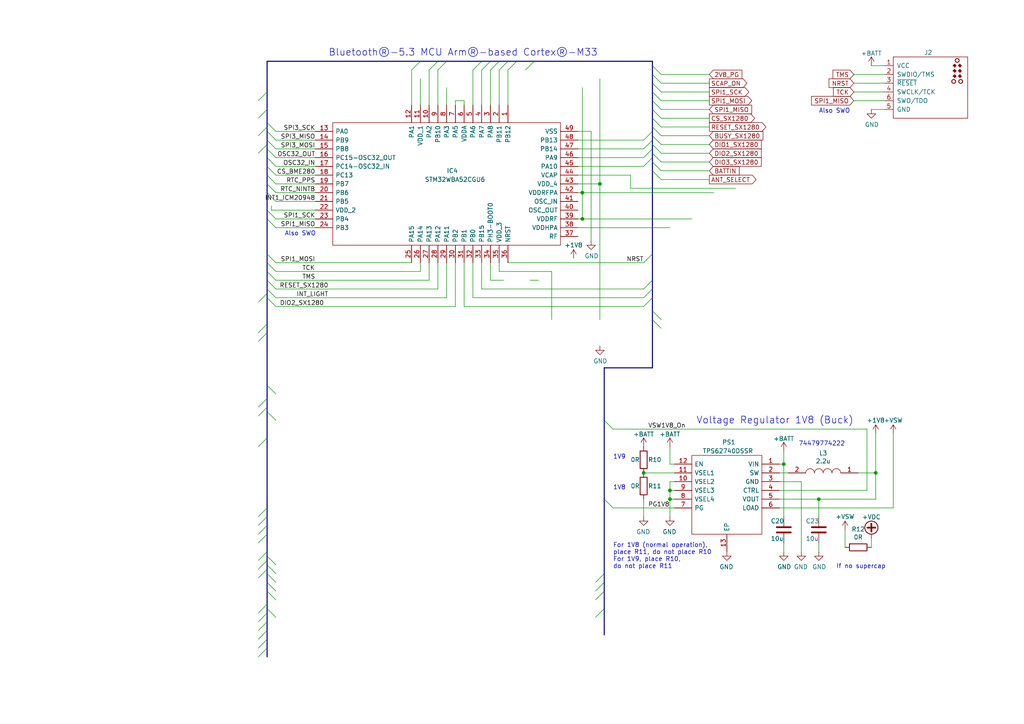
<source format=kicad_sch>
(kicad_sch (version 20231120) (generator "eeschema") (generator_version "8.0")
  (paper "A4")
  (title_block (title "Plantensensor") (date "2024-07-07") (rev "2.1") (company "KU Leuven") (comment 1 "Dramco") (comment 2 "Sarah Goossens"))
  (lib_symbols
    (symbol "Device:C" (pin_numbers hide) (pin_names (offset 0.254))
      (property "Reference" "C" (at 0.635 2.54 0))
      (property "Value" "C" (at 0.635 -2.54 0))
      (symbol "C_0_1"
        (polyline (pts (xy -2.032 -0.762) (xy 2.032 -0.762)) (stroke (width 0.508)))
        (polyline (pts (xy -2.032 0.762) (xy 2.032 0.762)) (stroke (width 0.508)))
      )
      (symbol "C_1_1"
        (pin passive line (at 0 3.81 270) (length 2.794) (name "~") (number "1"))
        (pin passive line (at 0 -3.81 90) (length 2.794) (name "~") (number "2"))
      )
    )
    (symbol "Device:R" (pin_numbers hide) (pin_names (offset 0))
      (property "Reference" "R" (at 2.032 0 90))
      (property "Value" "R" (at 0 0 90))
      (symbol "R_0_1"
        (rectangle (start -1.016 -2.54) (end 1.016 2.54) (stroke (width 0.254)))
      )
      (symbol "R_1_1"
        (pin passive line (at 0 3.81 270) (length 1.27) (name "~") (number "1"))
        (pin passive line (at 0 -3.81 90) (length 1.27) (name "~") (number "2"))
      )
    )
    (symbol "SamacSys_Parts:74479774222" (pin_names (offset 0.762))
      (property "Reference" "L" (at 16.51 6.35 0))
      (property "Value" "SamacSys_Parts_74479774222" (at 16.51 3.81 0))
      (symbol "74479774222_0_0"
        (pin passive line (at 0 0 0) (length 5.08) (name "~") (number "1"))
        (pin passive line (at 20.32 0 180) (length 5.08) (name "~") (number "2"))
      )
      (symbol "74479774222_0_1"
        (arc (start 7.62 0) (mid 6.35 1.2202) (end 5.08 0) (stroke (width 0.1524)))
        (arc (start 10.16 0) (mid 8.89 1.2202) (end 7.62 0) (stroke (width 0.1524)))
        (arc (start 12.7 0) (mid 11.43 1.2202) (end 10.16 0) (stroke (width 0.1524)))
        (arc (start 15.24 0) (mid 13.97 1.2202) (end 12.7 0) (stroke (width 0.1524)))
      )
    )
    (symbol "SamacSys_Parts:STM32WBA52CGU6" (pin_names (offset 0.762))
      (property "Reference" "IC" (at 41.91 20.32 0))
      (property "Value" "STM32WBA52CGU6" (at 41.91 17.78 0))
      (symbol "STM32WBA52CGU6_0_0"
        (pin passive line (at 0 0 0) (length 5.08) (name "PB12") (number "1"))
        (pin passive line (at 0 -22.86 0) (length 5.08) (name "PA2") (number "10"))
        (pin passive line (at 0 -25.4 0) (length 5.08) (name "VDD_1") (number "11"))
        (pin passive line (at 0 -27.94 0) (length 5.08) (name "PA1") (number "12"))
        (pin passive line (at 7.62 -55.88 90) (length 5.08) (name "PA0") (number "13"))
        (pin passive line (at 10.16 -55.88 90) (length 5.08) (name "PB9") (number "14"))
        (pin passive line (at 12.7 -55.88 90) (length 5.08) (name "PB8") (number "15"))
        (pin passive line (at 15.24 -55.88 90) (length 5.08) (name "PC15-OSC32_OUT") (number "16"))
        (pin passive line (at 17.78 -55.88 90) (length 5.08) (name "PC14-OSC32_IN") (number "17"))
        (pin passive line (at 20.32 -55.88 90) (length 5.08) (name "PC13") (number "18"))
        (pin passive line (at 22.86 -55.88 90) (length 5.08) (name "PB7") (number "19"))
        (pin passive line (at 0 -2.54 0) (length 5.08) (name "PB11") (number "2"))
        (pin passive line (at 25.4 -55.88 90) (length 5.08) (name "PB6") (number "20"))
        (pin passive line (at 27.94 -55.88 90) (length 5.08) (name "PB5") (number "21"))
        (pin passive line (at 30.48 -55.88 90) (length 5.08) (name "VDD_2") (number "22"))
        (pin passive line (at 33.02 -55.88 90) (length 5.08) (name "PB4") (number "23"))
        (pin passive line (at 35.56 -55.88 90) (length 5.08) (name "PB3") (number "24"))
        (pin passive line (at 45.72 -27.94 180) (length 5.08) (name "PA15") (number "25"))
        (pin passive line (at 45.72 -25.4 180) (length 5.08) (name "PA14") (number "26"))
        (pin passive line (at 45.72 -22.86 180) (length 5.08) (name "PA13") (number "27"))
        (pin passive line (at 45.72 -20.32 180) (length 5.08) (name "PA12") (number "28"))
        (pin passive line (at 45.72 -17.78 180) (length 5.08) (name "PA11") (number "29"))
        (pin passive line (at 0 -5.08 0) (length 5.08) (name "PA8") (number "3"))
        (pin passive line (at 45.72 -15.24 180) (length 5.08) (name "PB2") (number "30"))
        (pin passive line (at 45.72 -12.7 180) (length 5.08) (name "PB1") (number "31"))
        (pin passive line (at 45.72 -10.16 180) (length 5.08) (name "PB0") (number "32"))
        (pin passive line (at 45.72 -7.62 180) (length 5.08) (name "PB15") (number "33"))
        (pin passive line (at 45.72 -5.08 180) (length 5.08) (name "PH3-BOOT0") (number "34"))
        (pin passive line (at 45.72 -2.54 180) (length 5.08) (name "VDD_3") (number "35"))
        (pin passive line (at 45.72 0 180) (length 5.08) (name "NRST") (number "36"))
        (pin passive line (at 38.1 20.32 270) (length 5.08) (name "RF") (number "37"))
        (pin passive line (at 35.56 20.32 270) (length 5.08) (name "VDDHPA") (number "38"))
        (pin passive line (at 33.02 20.32 270) (length 5.08) (name "VDDRF") (number "39"))
        (pin passive line (at 0 -7.62 0) (length 5.08) (name "PA7") (number "4"))
        (pin passive line (at 30.48 20.32 270) (length 5.08) (name "OSC_OUT") (number "40"))
        (pin passive line (at 27.94 20.32 270) (length 5.08) (name "OSC_IN") (number "41"))
        (pin passive line (at 25.4 20.32 270) (length 5.08) (name "VDDRFPA") (number "42"))
        (pin passive line (at 22.86 20.32 270) (length 5.08) (name "VDD_4") (number "43"))
        (pin passive line (at 20.32 20.32 270) (length 5.08) (name "VCAP") (number "44"))
        (pin passive line (at 17.78 20.32 270) (length 5.08) (name "PA10") (number "45"))
        (pin passive line (at 15.24 20.32 270) (length 5.08) (name "PA9") (number "46"))
        (pin passive line (at 12.7 20.32 270) (length 5.08) (name "PB14") (number "47"))
        (pin passive line (at 10.16 20.32 270) (length 5.08) (name "PB13") (number "48"))
        (pin passive line (at 7.62 20.32 270) (length 5.08) (name "VSS") (number "49"))
        (pin passive line (at 0 -10.16 0) (length 5.08) (name "PA6") (number "5"))
        (pin passive line (at 0 -12.7 0) (length 5.08) (name "VDDA") (number "6"))
        (pin passive line (at 0 -15.24 0) (length 5.08) (name "PA5") (number "7"))
        (pin passive line (at 0 -17.78 0) (length 5.08) (name "PA3") (number "8"))
        (pin passive line (at 0 -20.32 0) (length 5.08) (name "PB10") (number "9"))
      )
      (symbol "STM32WBA52CGU6_0_1"
        (polyline (pts (xy 5.08 15.24) (xy 40.64 15.24) (xy 40.64 -50.8) (xy 5.08 -50.8) (xy 5.08 15.24)) (stroke (width 0.1524)))
      )
    )
    (symbol "SamacSys_Parts:TPS62740DSSR" (pin_names (offset 0.762))
      (property "Reference" "PS" (at 26.67 7.62 0))
      (property "Value" "SamacSys_Parts_TPS62740DSSR" (at 26.67 5.08 0))
      (symbol "TPS62740DSSR_0_0"
        (pin input line (at 0 0 0) (length 5.08) (name "VIN") (number "1"))
        (pin passive line (at 30.48 -5.08 180) (length 5.08) (name "VSEL2") (number "10"))
        (pin passive line (at 30.48 -2.54 180) (length 5.08) (name "VSEL1") (number "11"))
        (pin passive line (at 30.48 0 180) (length 5.08) (name "EN") (number "12"))
        (pin passive line (at 15.24 -25.4 90) (length 5.08) (name "EP") (number "13"))
        (pin passive line (at 0 -2.54 0) (length 5.08) (name "SW") (number "2"))
        (pin power_in line (at 0 -5.08 0) (length 5.08) (name "GND") (number "3"))
        (pin passive line (at 0 -7.62 0) (length 5.08) (name "CTRL") (number "4"))
        (pin output line (at 0 -10.16 0) (length 5.08) (name "VOUT") (number "5"))
        (pin passive line (at 0 -12.7 0) (length 5.08) (name "LOAD") (number "6"))
        (pin passive line (at 30.48 -12.7 180) (length 5.08) (name "PG") (number "7"))
        (pin passive line (at 30.48 -10.16 180) (length 5.08) (name "VSEL4") (number "8"))
        (pin passive line (at 30.48 -7.62 180) (length 5.08) (name "VSEL3") (number "9"))
      )
      (symbol "TPS62740DSSR_0_1"
        (polyline (pts (xy 5.08 2.54) (xy 25.4 2.54) (xy 25.4 -20.32) (xy 5.08 -20.32) (xy 5.08 2.54)) (stroke (width 0.1524)))
      )
    )
    (symbol "power:+1V8" (power) (pin_names (offset 0))
      (property "Value" "+1V8" (at 0 3.556 0))
      (symbol "+1V8_0_1"
        (polyline (pts (xy -0.762 1.27) (xy 0 2.54)))
        (polyline (pts (xy 0 0) (xy 0 2.54)))
        (polyline (pts (xy 0 2.54) (xy 0.762 1.27)))
      )
      (symbol "+1V8_1_1"
        (pin power_in line (at 0 0 90) (length 0) hide (name "+1V8") (number "1"))
      )
    )
    (symbol "power:+BATT" (power) (pin_names (offset 0))
      (property "Value" "+BATT" (at 0 3.556 0))
      (symbol "+BATT_0_1"
        (polyline (pts (xy -0.762 1.27) (xy 0 2.54)))
        (polyline (pts (xy 0 0) (xy 0 2.54)))
        (polyline (pts (xy 0 2.54) (xy 0.762 1.27)))
      )
      (symbol "+BATT_1_1"
        (pin power_in line (at 0 0 90) (length 0) hide (name "+BATT") (number "1"))
      )
    )
    (symbol "power:+VDC" (power) (pin_names (offset 0))
      (property "Value" "+VDC" (at 0 6.35 0))
      (symbol "+VDC_0_1"
        (polyline (pts (xy -1.143 3.175) (xy 1.143 3.175)) (stroke (width 0.508)))
        (polyline (pts (xy 0 0) (xy 0 1.27)))
        (polyline (pts (xy 0 2.032) (xy 0 4.318)) (stroke (width 0.508)))
        (circle (center 0 3.175) (radius 1.905) (stroke (width 0.254)))
      )
      (symbol "+VDC_1_1"
        (pin power_in line (at 0 0 90) (length 0) hide (name "+VDC") (number "1"))
      )
    )
    (symbol "power:+VSW" (power) (pin_names (offset 0))
      (property "Value" "+VSW" (at 0 3.556 0))
      (symbol "+VSW_0_1"
        (polyline (pts (xy -0.762 1.27) (xy 0 2.54)))
        (polyline (pts (xy 0 0) (xy 0 2.54)))
        (polyline (pts (xy 0 2.54) (xy 0.762 1.27)))
      )
      (symbol "+VSW_1_1"
        (pin power_in line (at 0 0 90) (length 0) hide (name "+VSW") (number "1"))
      )
    )
    (symbol "power:GND" (power) (pin_names (offset 0))
      (property "Value" "GND" (at 0 -3.81 0))
      (symbol "GND_0_1"
        (polyline (pts (xy 0 0) (xy 0 -1.27) (xy 1.27 -1.27) (xy 0 -2.54) (xy -1.27 -1.27) (xy 0 -1.27)))
      )
      (symbol "GND_1_1"
        (pin power_in line (at 0 0 270) (length 0) hide (name "GND") (number "1"))
      )
    )
    (symbol "sparkfun-nrf52832-breakout-eagle-import:TC2030_SWD-MCP-NL" (pin_names (offset 1.016))
      (symbol "TC2030_SWD-MCP-NL_1_0"
        (polyline (pts (xy -10.16 -7.62) (xy 11.43 -7.62)))
        (polyline (pts (xy -10.16 10.16) (xy -10.16 -7.62)))
        (polyline (pts (xy 11.43 -7.62) (xy 11.43 10.16)))
        (polyline (pts (xy 11.43 10.16) (xy -10.16 10.16)))
        (polyline (pts (xy 7.112 4.572) (xy 7.62 5.08) (xy 8.128 4.572) (xy 7.62 4.064)) (fill (type outline)))
        (polyline (pts (xy 7.112 6.096) (xy 7.62 6.604) (xy 8.128 6.096) (xy 7.62 5.588)) (fill (type outline)))
        (polyline (pts (xy 7.112 7.62) (xy 7.62 8.128) (xy 8.128 7.62) (xy 7.62 7.112)) (fill (type outline)))
        (polyline (pts (xy 8.636 4.572) (xy 9.144 5.08) (xy 9.652 4.572) (xy 9.144 4.064)) (fill (type outline)))
        (polyline (pts (xy 8.636 6.096) (xy 9.144 6.604) (xy 9.652 6.096) (xy 9.144 5.588)) (fill (type outline)))
        (polyline (pts (xy 8.636 7.62) (xy 9.144 8.128) (xy 9.652 7.62) (xy 9.144 7.112)) (fill (type outline)))
        (circle (center 7.366 3.048) (radius 0.5588) (stroke (width 0.254)))
        (circle (center 8.382 9.144) (radius 0.5588) (stroke (width 0.254)))
        (circle (center 9.398 3.048) (radius 0.5588) (stroke (width 0.254)))
        (pin passive line (at -12.7 7.62 0) (length 2.54) (name "VCC") (number "1"))
        (pin bidirectional line (at -12.7 5.08 0) (length 2.54) (name "SWDIO/TMS") (number "2"))
        (pin output line (at -12.7 2.54 0) (length 2.54) (name "~{RESET}") (number "3"))
        (pin output line (at -12.7 0 0) (length 2.54) (name "SWCLK/TCK") (number "4"))
        (pin passive line (at -12.7 -5.08 0) (length 2.54) (name "GND") (number "5"))
        (pin bidirectional line (at -12.7 -2.54 0) (length 2.54) (name "SWO/TDO") (number "6"))
      )
    )
  )
  (bus_alias "Main_Bus" (members "TCK" "TMS" "NRST" "SWO" "GNSS_WakeUp" "GNSS_Reset" "INT1_ICM20948" "FSYNC_ISM20948" "VSW2V8" "VSW1V8" "I2C1_SCL" "I2C1_SDA" "GNSS_PPS_AntOff" "BUSY_SX1280" "USART2_TX" "USART2_RX" "USER_LED" "SCK" "MISO_SDI" "MOSI_SDO" "SS_BME680" "SS_SX1280" "SS_ICM2048" "DIO1_SX1280" "RTC_NINTA" "RESET_SX1280" "PG_1V8"))
  (junction (at 168.91 63.5))
  (junction (at 186.69 137.16))
  (junction (at 237.49 144.78))
  (junction (at 194.31 144.78))
  (junction (at 168.91 55.88))
  (junction (at 173.99 53.34))
  (junction (at 227.33 134.62))
  (junction (at 194.31 142.24))
  (junction (at 254 137.16))
  (bus_entry (at 74.93 167.64) (size 2.54 -2.54))
  (bus_entry (at 77.47 187.96) (size -2.54 2.54))
  (bus_entry (at 77.47 31.75) (size -2.54 2.54))
  (bus_entry (at 189.23 41.91) (size 2.54 2.54))
  (bus_entry (at 189.23 19.05) (size 2.54 2.54))
  (bus_entry (at 74.93 99.06) (size 2.54 -2.54))
  (bus_entry (at 77.47 182.88) (size -2.54 2.54))
  (bus_entry (at 77.47 185.42) (size -2.54 2.54))
  (bus_entry (at 189.23 90.17) (size 2.54 2.54))
  (bus_entry (at 189.23 92.71) (size 2.54 2.54))
  (bus_entry (at 74.93 96.52) (size 2.54 -2.54))
  (bus_entry (at 80.01 50.8) (size -2.54 -2.54))
  (bus_entry (at 77.47 111.76) (size 2.54 2.54))
  (bus_entry (at 175.26 121.92) (size 2.54 2.54))
  (bus_entry (at 80.01 66.04) (size -2.54 -2.54))
  (bus_entry (at 77.47 147.32) (size -2.54 2.54))
  (bus_entry (at 80.01 40.64) (size -2.54 -2.54))
  (bus_entry (at 74.93 165.1) (size 2.54 -2.54))
  (bus_entry (at 119.38 20.32) (size 2.54 -2.54))
  (bus_entry (at 77.47 127) (size -2.54 2.54))
  (bus_entry (at 189.23 44.45) (size 2.54 2.54))
  (bus_entry (at 80.01 48.26) (size -2.54 -2.54))
  (bus_entry (at 189.23 31.75) (size 2.54 2.54))
  (bus_entry (at 77.47 149.86) (size -2.54 2.54))
  (bus_entry (at 124.46 20.32) (size 2.54 -2.54))
  (bus_entry (at 127 20.32) (size 2.54 -2.54))
  (bus_entry (at 152.4 20.32) (size 2.54 -2.54))
  (bus_entry (at 139.7 20.32) (size 2.54 -2.54))
  (bus_entry (at 144.78 20.32) (size 2.54 -2.54))
  (bus_entry (at 147.32 20.32) (size 2.54 -2.54))
  (bus_entry (at 137.16 20.32) (size 2.54 -2.54))
  (bus_entry (at 186.69 48.26) (size 2.54 -2.54))
  (bus_entry (at 186.69 40.64) (size 2.54 -2.54))
  (bus_entry (at 186.69 43.18) (size 2.54 -2.54))
  (bus_entry (at 186.69 45.72) (size 2.54 -2.54))
  (bus_entry (at 186.69 88.9) (size 2.54 -2.54))
  (bus_entry (at 80.01 86.36) (size -2.54 -2.54))
  (bus_entry (at 80.01 83.82) (size -2.54 -2.54))
  (bus_entry (at 77.47 115.57) (size -2.54 2.54))
  (bus_entry (at 80.01 55.88) (size -2.54 -2.54))
  (bus_entry (at 80.01 88.9) (size -2.54 -2.54))
  (bus_entry (at 142.24 20.32) (size 2.54 -2.54))
  (bus_entry (at 189.23 21.59) (size 2.54 2.54))
  (bus_entry (at 80.01 166.37) (size -2.54 -2.54))
  (bus_entry (at 77.47 168.91) (size 2.54 2.54))
  (bus_entry (at 80.01 78.74) (size -2.54 -2.54))
  (bus_entry (at 189.23 46.99) (size 2.54 2.54))
  (bus_entry (at 80.01 63.5) (size -2.54 -2.54))
  (bus_entry (at 74.93 87.63) (size 2.54 -2.54))
  (bus_entry (at 189.23 26.67) (size 2.54 2.54))
  (bus_entry (at 74.93 157.48) (size 2.54 -2.54))
  (bus_entry (at 172.72 171.45) (size 2.54 -2.54))
  (bus_entry (at 80.01 76.2) (size -2.54 -2.54))
  (bus_entry (at 189.23 29.21) (size 2.54 2.54))
  (bus_entry (at 80.01 81.28) (size -2.54 -2.54))
  (bus_entry (at 77.47 177.8) (size -2.54 2.54))
  (bus_entry (at 80.01 43.18) (size -2.54 -2.54))
  (bus_entry (at 189.23 36.83) (size 2.54 2.54))
  (bus_entry (at 189.23 34.29) (size 2.54 2.54))
  (bus_entry (at 172.72 168.91) (size 2.54 -2.54))
  (bus_entry (at 80.01 163.83) (size -2.54 -2.54))
  (bus_entry (at 80.01 179.07) (size -2.54 -2.54))
  (bus_entry (at 186.69 86.36) (size 2.54 -2.54))
  (bus_entry (at 80.01 58.42) (size -2.54 -2.54))
  (bus_entry (at 80.01 53.34) (size -2.54 -2.54))
  (bus_entry (at 74.93 162.56) (size 2.54 -2.54))
  (bus_entry (at 77.47 41.91) (size -2.54 2.54))
  (bus_entry (at 77.47 26.67) (size -2.54 2.54))
  (bus_entry (at 172.72 173.99) (size 2.54 -2.54))
  (bus_entry (at 186.69 76.2) (size 2.54 -2.54))
  (bus_entry (at 77.47 36.83) (size -2.54 2.54))
  (bus_entry (at 189.23 39.37) (size 2.54 2.54))
  (bus_entry (at 77.47 175.26) (size -2.54 2.54))
  (bus_entry (at 189.23 49.53) (size 2.54 2.54))
  (bus_entry (at 80.01 45.72) (size -2.54 -2.54))
  (bus_entry (at 77.47 171.45) (size 2.54 2.54))
  (bus_entry (at 80.01 168.91) (size -2.54 -2.54))
  (bus_entry (at 80.01 38.1) (size -2.54 -2.54))
  (bus_entry (at 77.47 152.4) (size -2.54 2.54))
  (bus_entry (at 186.69 83.82) (size 2.54 -2.54))
  (bus_entry (at 175.26 144.78) (size 2.54 2.54))
  (bus_entry (at 189.23 24.13) (size 2.54 2.54))
  (bus_entry (at 77.47 180.34) (size -2.54 2.54))
  (bus_entry (at 77.47 118.11) (size -2.54 2.54))
  (bus_entry (at 172.72 179.07) (size 2.54 -2.54))
  (bus_entry (at 77.47 119.38) (size 2.54 2.54))
  (bus (pts (xy 144.78 17.78) (xy 147.32 17.78)))
  (wire (pts (xy 195.58 139.7) (xy 194.31 139.7)))
  (wire (pts (xy 191.77 24.13) (xy 205.74 24.13)))
  (bus (pts (xy 77.47 38.1) (xy 77.47 40.64)))
  (bus (pts (xy 189.23 17.78) (xy 189.23 19.05)))
  (wire (pts (xy 124.46 76.2) (xy 124.46 81.28)))
  (bus (pts (xy 77.47 31.75) (xy 77.47 35.56)))
  (bus (pts (xy 77.47 60.96) (xy 77.47 63.5)))
  (wire (pts (xy 248.92 137.16) (xy 254 137.16)))
  (bus (pts (xy 77.47 171.45) (xy 77.47 175.26)))
  (wire (pts (xy 144.78 76.2) (xy 144.78 78.74)))
  (wire (pts (xy 226.06 147.32) (xy 259.08 147.32)))
  (bus (pts (xy 189.23 19.05) (xy 189.23 21.59)))
  (wire (pts (xy 191.77 52.07) (xy 205.74 52.07)))
  (wire (pts (xy 80.01 38.1) (xy 91.44 38.1)))
  (wire (pts (xy 132.08 29.21) (xy 134.62 29.21)))
  (wire (pts (xy 254 125.73) (xy 254 137.16)))
  (bus (pts (xy 77.47 165.1) (xy 77.47 166.37)))
  (wire (pts (xy 142.24 20.32) (xy 142.24 30.48)))
  (bus (pts (xy 189.23 26.67) (xy 189.23 29.21)))
  (bus (pts (xy 189.23 106.68) (xy 175.26 106.68)))
  (bus (pts (xy 175.26 166.37) (xy 175.26 168.91)))
  (wire (pts (xy 167.64 45.72) (xy 186.69 45.72)))
  (wire (pts (xy 80.01 53.34) (xy 91.44 53.34)))
  (bus (pts (xy 189.23 43.18) (xy 189.23 44.45)))
  (wire (pts (xy 226.06 137.16) (xy 228.6 137.16)))
  (bus (pts (xy 77.47 147.32) (xy 77.47 149.86)))
  (bus (pts (xy 77.47 78.74) (xy 77.47 81.28)))
  (bus (pts (xy 77.47 180.34) (xy 77.47 182.88)))
  (wire (pts (xy 194.31 139.7) (xy 194.31 142.24)))
  (wire (pts (xy 127 76.2) (xy 127 83.82)))
  (bus (pts (xy 189.23 40.64) (xy 189.23 41.91)))
  (wire (pts (xy 153.67 81.28) (xy 156.21 81.28)))
  (wire (pts (xy 80.01 63.5) (xy 91.44 63.5)))
  (wire (pts (xy 121.92 76.2) (xy 121.92 78.74)))
  (wire (pts (xy 80.01 66.04) (xy 91.44 66.04)))
  (bus (pts (xy 77.47 50.8) (xy 77.47 53.34)))
  (bus (pts (xy 77.47 17.78) (xy 121.92 17.78)))
  (bus (pts (xy 149.86 17.78) (xy 154.94 17.78)))
  (wire (pts (xy 78.74 59.69) (xy 78.74 60.96)))
  (bus (pts (xy 77.47 96.52) (xy 77.47 111.76)))
  (bus (pts (xy 77.47 119.38) (xy 77.47 127)))
  (wire (pts (xy 127 83.82) (xy 80.01 83.82)))
  (wire (pts (xy 134.62 29.21) (xy 134.62 30.48)))
  (wire (pts (xy 227.33 134.62) (xy 227.33 130.81)))
  (bus (pts (xy 77.47 17.78) (xy 77.47 26.67)))
  (bus (pts (xy 77.47 40.64) (xy 77.47 41.91)))
  (wire (pts (xy 251.46 124.46) (xy 251.46 142.24)))
  (wire (pts (xy 226.06 144.78) (xy 237.49 144.78)))
  (wire (pts (xy 191.77 36.83) (xy 205.74 36.83)))
  (bus (pts (xy 189.23 24.13) (xy 189.23 26.67)))
  (bus (pts (xy 147.32 17.78) (xy 149.86 17.78)))
  (bus (pts (xy 77.47 81.28) (xy 77.47 83.82)))
  (wire (pts (xy 252.73 31.75) (xy 256.54 31.75)))
  (wire (pts (xy 167.64 50.8) (xy 182.88 50.8)))
  (wire (pts (xy 78.74 60.96) (xy 91.44 60.96)))
  (bus (pts (xy 189.23 45.72) (xy 189.23 46.99)))
  (bus (pts (xy 175.26 144.78) (xy 175.26 166.37)))
  (bus (pts (xy 189.23 90.17) (xy 189.23 92.71)))
  (bus (pts (xy 77.47 63.5) (xy 77.47 73.66)))
  (wire (pts (xy 173.99 53.34) (xy 173.99 92.71)))
  (wire (pts (xy 245.11 153.67) (xy 245.11 158.75)))
  (wire (pts (xy 247.65 29.21) (xy 256.54 29.21)))
  (wire (pts (xy 129.54 25.4) (xy 129.54 30.48)))
  (wire (pts (xy 80.01 45.72) (xy 91.44 45.72)))
  (wire (pts (xy 194.31 142.24) (xy 194.31 144.78)))
  (wire (pts (xy 80.01 40.64) (xy 91.44 40.64)))
  (wire (pts (xy 254 137.16) (xy 254 144.78)))
  (wire (pts (xy 247.65 26.67) (xy 256.54 26.67)))
  (wire (pts (xy 194.31 129.54) (xy 194.31 134.62)))
  (wire (pts (xy 252.73 19.05) (xy 256.54 19.05)))
  (wire (pts (xy 259.08 125.73) (xy 259.08 147.32)))
  (wire (pts (xy 121.92 22.86) (xy 121.92 30.48)))
  (wire (pts (xy 226.06 134.62) (xy 227.33 134.62)))
  (bus (pts (xy 189.23 39.37) (xy 189.23 40.64)))
  (wire (pts (xy 80.01 55.88) (xy 91.44 55.88)))
  (wire (pts (xy 173.99 22.86) (xy 173.99 53.34)))
  (wire (pts (xy 177.8 147.32) (xy 195.58 147.32)))
  (wire (pts (xy 132.08 76.2) (xy 132.08 88.9)))
  (wire (pts (xy 237.49 144.78) (xy 237.49 149.86)))
  (bus (pts (xy 189.23 31.75) (xy 189.23 34.29)))
  (wire (pts (xy 191.77 44.45) (xy 205.74 44.45)))
  (wire (pts (xy 167.64 53.34) (xy 173.99 53.34)))
  (wire (pts (xy 167.64 63.5) (xy 168.91 63.5)))
  (wire (pts (xy 144.78 20.32) (xy 144.78 30.48)))
  (bus (pts (xy 175.26 121.92) (xy 175.26 144.78)))
  (wire (pts (xy 191.77 39.37) (xy 205.74 39.37)))
  (bus (pts (xy 189.23 36.83) (xy 189.23 38.1)))
  (wire (pts (xy 195.58 134.62) (xy 194.31 134.62)))
  (wire (pts (xy 129.54 86.36) (xy 80.01 86.36)))
  (wire (pts (xy 177.8 124.46) (xy 251.46 124.46)))
  (bus (pts (xy 139.7 17.78) (xy 142.24 17.78)))
  (wire (pts (xy 80.01 58.42) (xy 91.44 58.42)))
  (bus (pts (xy 77.47 161.29) (xy 77.47 162.56)))
  (bus (pts (xy 77.47 127) (xy 77.47 147.32)))
  (bus (pts (xy 77.47 85.09) (xy 77.47 86.36)))
  (bus (pts (xy 77.47 76.2) (xy 77.47 78.74)))
  (bus (pts (xy 77.47 118.11) (xy 77.47 119.38)))
  (bus (pts (xy 189.23 83.82) (xy 189.23 81.28)))
  (bus (pts (xy 77.47 45.72) (xy 77.47 48.26)))
  (wire (pts (xy 167.64 55.88) (xy 168.91 55.88)))
  (wire (pts (xy 167.64 38.1) (xy 171.45 38.1)))
  (wire (pts (xy 80.01 48.26) (xy 91.44 48.26)))
  (wire (pts (xy 127 20.32) (xy 127 30.48)))
  (wire (pts (xy 237.49 157.48) (xy 237.49 160.02)))
  (wire (pts (xy 232.41 139.7) (xy 232.41 160.02)))
  (wire (pts (xy 191.77 31.75) (xy 205.74 31.75)))
  (bus (pts (xy 189.23 41.91) (xy 189.23 43.18)))
  (wire (pts (xy 137.16 86.36) (xy 186.69 86.36)))
  (wire (pts (xy 182.88 54.61) (xy 213.36 54.61)))
  (bus (pts (xy 77.47 55.88) (xy 77.47 60.96)))
  (wire (pts (xy 139.7 20.32) (xy 139.7 30.48)))
  (wire (pts (xy 252.73 156.21) (xy 252.73 158.75)))
  (wire (pts (xy 168.91 25.4) (xy 168.91 55.88)))
  (bus (pts (xy 77.47 176.53) (xy 77.47 177.8)))
  (bus (pts (xy 77.47 187.96) (xy 77.47 190.5)))
  (wire (pts (xy 137.16 20.32) (xy 137.16 30.48)))
  (bus (pts (xy 189.23 29.21) (xy 189.23 31.75)))
  (wire (pts (xy 227.33 157.48) (xy 227.33 160.02)))
  (wire (pts (xy 191.77 49.53) (xy 205.74 49.53)))
  (wire (pts (xy 191.77 21.59) (xy 205.74 21.59)))
  (wire (pts (xy 160.02 78.74) (xy 144.78 78.74)))
  (wire (pts (xy 147.32 76.2) (xy 186.69 76.2)))
  (bus (pts (xy 189.23 34.29) (xy 189.23 36.83)))
  (wire (pts (xy 186.69 144.78) (xy 186.69 149.86)))
  (wire (pts (xy 80.01 43.18) (xy 91.44 43.18)))
  (bus (pts (xy 127 17.78) (xy 129.54 17.78)))
  (wire (pts (xy 191.77 41.91) (xy 205.74 41.91)))
  (wire (pts (xy 247.65 24.13) (xy 256.54 24.13)))
  (wire (pts (xy 226.06 139.7) (xy 232.41 139.7)))
  (bus (pts (xy 77.47 53.34) (xy 77.47 55.88)))
  (wire (pts (xy 168.91 63.5) (xy 200.66 63.5)))
  (bus (pts (xy 175.26 106.68) (xy 175.26 121.92)))
  (bus (pts (xy 142.24 17.78) (xy 144.78 17.78)))
  (bus (pts (xy 77.47 83.82) (xy 77.47 85.09)))
  (bus (pts (xy 77.47 166.37) (xy 77.47 168.91)))
  (bus (pts (xy 77.47 111.76) (xy 77.47 115.57)))
  (wire (pts (xy 168.91 55.88) (xy 207.01 55.88)))
  (bus (pts (xy 77.47 115.57) (xy 77.47 118.11)))
  (bus (pts (xy 175.26 168.91) (xy 175.26 171.45)))
  (bus (pts (xy 175.26 171.45) (xy 175.26 176.53)))
  (wire (pts (xy 191.77 34.29) (xy 205.74 34.29)))
  (bus (pts (xy 77.47 86.36) (xy 77.47 93.98)))
  (bus (pts (xy 77.47 43.18) (xy 77.47 45.72)))
  (bus (pts (xy 77.47 168.91) (xy 77.47 171.45)))
  (wire (pts (xy 167.64 48.26) (xy 186.69 48.26)))
  (bus (pts (xy 154.94 17.78) (xy 189.23 17.78)))
  (bus (pts (xy 77.47 152.4) (xy 77.47 154.94)))
  (wire (pts (xy 168.91 55.88) (xy 168.91 63.5)))
  (bus (pts (xy 77.47 177.8) (xy 77.47 180.34)))
  (wire (pts (xy 132.08 88.9) (xy 80.01 88.9)))
  (bus (pts (xy 77.47 175.26) (xy 77.47 176.53)))
  (bus (pts (xy 77.47 35.56) (xy 77.47 36.83)))
  (wire (pts (xy 167.64 40.64) (xy 186.69 40.64)))
  (bus (pts (xy 77.47 163.83) (xy 77.47 165.1)))
  (wire (pts (xy 182.88 50.8) (xy 182.88 54.61)))
  (wire (pts (xy 191.77 29.21) (xy 205.74 29.21)))
  (wire (pts (xy 147.32 20.32) (xy 147.32 30.48)))
  (wire (pts (xy 139.7 83.82) (xy 186.69 83.82)))
  (wire (pts (xy 195.58 142.24) (xy 194.31 142.24)))
  (bus (pts (xy 77.47 73.66) (xy 77.47 76.2)))
  (bus (pts (xy 77.47 182.88) (xy 77.47 185.42)))
  (bus (pts (xy 77.47 185.42) (xy 77.47 187.96)))
  (bus (pts (xy 77.47 26.67) (xy 77.47 31.75)))
  (wire (pts (xy 139.7 76.2) (xy 139.7 83.82)))
  (bus (pts (xy 77.47 41.91) (xy 77.47 43.18)))
  (wire (pts (xy 167.64 66.04) (xy 194.31 66.04)))
  (bus (pts (xy 189.23 86.36) (xy 189.23 90.17)))
  (wire (pts (xy 186.69 137.16) (xy 195.58 137.16)))
  (wire (pts (xy 129.54 76.2) (xy 129.54 86.36)))
  (wire (pts (xy 247.65 21.59) (xy 256.54 21.59)))
  (wire (pts (xy 191.77 46.99) (xy 205.74 46.99)))
  (wire (pts (xy 160.02 78.74) (xy 160.02 92.71)))
  (wire (pts (xy 132.08 30.48) (xy 132.08 29.21)))
  (bus (pts (xy 189.23 38.1) (xy 189.23 39.37)))
  (bus (pts (xy 189.23 92.71) (xy 189.23 106.68)))
  (bus (pts (xy 77.47 93.98) (xy 77.47 96.52)))
  (wire (pts (xy 171.45 38.1) (xy 171.45 69.85)))
  (wire (pts (xy 119.38 20.32) (xy 119.38 30.48)))
  (bus (pts (xy 189.23 49.53) (xy 189.23 73.66)))
  (bus (pts (xy 77.47 36.83) (xy 77.47 38.1)))
  (bus (pts (xy 121.92 17.78) (xy 127 17.78)))
  (wire (pts (xy 167.64 43.18) (xy 186.69 43.18)))
  (bus (pts (xy 189.23 21.59) (xy 189.23 24.13)))
  (bus (pts (xy 77.47 162.56) (xy 77.47 163.83)))
  (wire (pts (xy 124.46 20.32) (xy 124.46 30.48)))
  (bus (pts (xy 189.23 44.45) (xy 189.23 45.72)))
  (wire (pts (xy 124.46 81.28) (xy 80.01 81.28)))
  (wire (pts (xy 146.05 81.28) (xy 142.24 81.28)))
  (wire (pts (xy 134.62 76.2) (xy 134.62 88.9)))
  (wire (pts (xy 142.24 76.2) (xy 142.24 81.28)))
  (bus (pts (xy 189.23 46.99) (xy 189.23 49.53)))
  (bus (pts (xy 175.26 176.53) (xy 175.26 184.15)))
  (wire (pts (xy 227.33 134.62) (xy 227.33 149.86)))
  (bus (pts (xy 189.23 73.66) (xy 189.23 81.28)))
  (wire (pts (xy 80.01 78.74) (xy 121.92 78.74)))
  (wire (pts (xy 191.77 26.67) (xy 205.74 26.67)))
  (bus (pts (xy 77.47 149.86) (xy 77.47 152.4)))
  (wire (pts (xy 194.31 144.78) (xy 194.31 149.86)))
  (bus (pts (xy 189.23 86.36) (xy 189.23 83.82)))
  (bus (pts (xy 77.47 48.26) (xy 77.47 50.8)))
  (wire (pts (xy 134.62 88.9) (xy 186.69 88.9)))
  (bus (pts (xy 77.47 160.02) (xy 77.47 161.29)))
  (wire (pts (xy 119.38 76.2) (xy 80.01 76.2)))
  (wire (pts (xy 80.01 50.8) (xy 91.44 50.8)))
  (bus (pts (xy 77.47 154.94) (xy 77.47 160.02)))
  (wire (pts (xy 137.16 76.2) (xy 137.16 86.36)))
  (wire (pts (xy 194.31 144.78) (xy 195.58 144.78)))
  (bus (pts (xy 129.54 17.78) (xy 139.7 17.78)))
  (wire (pts (xy 226.06 142.24) (xy 251.46 142.24)))
  (wire (pts (xy 237.49 144.78) (xy 254 144.78)))
  (text "Voltage Regulator 1V8 (Buck)" (at 201.93 123.19 0) (effects (font (size 2.0066 2.0066)) (justify left bottom)))
  (text "Also SWO" (at 237.49 33.02 0) (effects (font (size 1.27 1.27)) (justify left bottom)))
  (text "1V8\n" (at 177.8 142.24 0) (effects (font (size 1.27 1.27)) (justify left bottom)))
  (text "Also SWO" (at 82.55 68.58 0) (effects (font (size 1.27 1.27)) (justify left bottom)))
  (text "Bluetooth®-5.3 MCU Arm®-based Cortex®-M33" (at 95.25 16.51 0) (effects (font (size 2.0066 2.0066)) (justify left bottom)))
  (text "74479774222" (at 245.11 129.54 0) (effects (font (size 1.27 1.27)) (justify right bottom)))
  (text "For 1V8 (normal operation),\nplace R11, do not place R10\nFor 1V9, place R10,\ndo not place R11" (at 177.8 165.1 0) (effects (font (size 1.27 1.27)) (justify left bottom)))
  (text "If no supercap" (at 242.57 165.1 0) (effects (font (size 1.27 1.27)) (justify left bottom)))
  (text "1V9\n" (at 177.8 133.35 0) (effects (font (size 1.27 1.27)) (justify left bottom)))
  (label "SPI1_MOSI" (at 91.44 76.2 180))
  (label "OSC32_OUT" (at 91.44 45.72 180))
  (label "SPI1_SCK" (at 91.44 63.5 180))
  (label "SPI3_SCK" (at 91.44 38.1 180))
  (label "CS_BME280" (at 91.44 50.8 180))
  (label "PG1V8" (at 187.96 147.32 0))
  (label "INT1_ICM20948" (at 91.44 58.42 180))
  (label "OSC32_IN" (at 91.44 48.26 180))
  (label "SPI3_MISO" (at 91.44 40.64 180))
  (label "TMS" (at 87.63 81.28 0))
  (label "DIO2_SX1280" (at 93.98 88.9 180))
  (label "RTC_PPS" (at 91.44 53.34 180))
  (label "TCK" (at 87.63 78.74 0))
  (label "RTC_NINTB" (at 91.44 55.88 180))
  (label "SPI1_MISO" (at 91.44 66.04 180))
  (label "RESET_SX1280" (at 95.25 83.82 180))
  (label "VSW1V8_On" (at 187.96 124.46 0))
  (label "NRST" (at 186.69 76.2 180))
  (label "INT_LIGHT" (at 95.25 86.36 180))
  (label "SPI3_MOSI" (at 91.44 43.18 180))
  (global_label "DIO3_SX1280" (shape input) (at 205.74 46.99 0) (property "Intersheetrefs" "${INTERSHEET_REFS}" (effects (hide yes))))
  (global_label "NRST" (shape input) (at 247.65 24.13 180) (property "Intersheetrefs" "${INTERSHEET_REFS}" (effects (hide yes))))
  (global_label "DIO2_SX1280" (shape input) (at 205.74 44.45 0) (property "Intersheetrefs" "${INTERSHEET_REFS}" (effects (hide yes))))
  (global_label "TMS" (shape input) (at 247.65 21.59 180) (property "Intersheetrefs" "${INTERSHEET_REFS}" (effects (hide yes))))
  (global_label "TCK" (shape input) (at 247.65 26.67 180) (property "Intersheetrefs" "${INTERSHEET_REFS}" (effects (hide yes))))
  (global_label "SPI1_MISO" (shape input) (at 247.65 29.21 180) (property "Intersheetrefs" "${INTERSHEET_REFS}" (effects (hide yes))))
  (global_label "BATTIN" (shape input) (at 205.74 49.53 0) (property "Intersheetrefs" "${INTERSHEET_REFS}" (effects (hide yes))))
  (global_label "SPI1_MISO" (shape input) (at 205.74 31.75 0) (property "Intersheetrefs" "${INTERSHEET_REFS}" (effects (hide yes))))
  (global_label "BUSY_SX1280" (shape input) (at 205.74 39.37 0) (property "Intersheetrefs" "${INTERSHEET_REFS}" (effects (hide yes))))
  (global_label "SPI1_SCK" (shape output) (at 205.74 26.67 0) (property "Intersheetrefs" "${INTERSHEET_REFS}" (effects (hide yes))))
  (global_label "2V8_PG" (shape input) (at 205.74 21.59 0) (property "Intersheetrefs" "${INTERSHEET_REFS}" (effects (hide yes))))
  (global_label "ANT_SELECT" (shape output) (at 205.74 52.07 0) (property "Intersheetrefs" "${INTERSHEET_REFS}" (effects (hide yes))))
  (global_label "RESET_SX1280" (shape output) (at 205.74 36.83 0) (property "Intersheetrefs" "${INTERSHEET_REFS}" (effects (hide yes))))
  (global_label "CS_SX1280" (shape output) (at 205.74 34.29 0) (property "Intersheetrefs" "${INTERSHEET_REFS}" (effects (hide yes))))
  (global_label "SCAP_ON" (shape output) (at 205.74 24.13 0) (property "Intersheetrefs" "${INTERSHEET_REFS}" (effects (hide yes))))
  (global_label "DIO1_SX1280" (shape input) (at 205.74 41.91 0) (property "Intersheetrefs" "${INTERSHEET_REFS}" (effects (hide yes))))
  (global_label "SPI1_MOSI" (shape output) (at 205.74 29.21 0) (property "Intersheetrefs" "${INTERSHEET_REFS}" (effects (hide yes))))
  (symbol (lib_id "power:GND") (at 232.41 160.02 0) (mirror y) (unit 1)
    (property "Reference" "#PWR048" (effects (hide yes)))
    (property "Value" "GND" (at 232.283 164.4142 0))
  )
  (symbol (lib_id "power:+1V8") (at 166.37 74.93 0) (unit 1)
    (property "Reference" "#PWR030" (effects (hide yes)))
    (property "Value" "+1V8" (at 166.37 71.12 0))
  )
  (symbol (lib_id "power:GND") (at 227.33 160.02 0) (unit 1)
    (property "Reference" "#PWR051" (effects (hide yes)))
    (property "Value" "GND" (at 227.457 164.4142 0))
  )
  (symbol (lib_id "power:GND") (at 194.31 149.86 0) (mirror y) (unit 1)
    (property "Reference" "#PWR037" (effects (hide yes)))
    (property "Value" "GND" (at 194.183 154.2542 0))
  )
  (symbol (lib_id "power:+BATT") (at 186.69 129.54 0) (unit 1)
    (property "Reference" "#PWR0128" (effects (hide yes)))
    (property "Value" "+BATT" (at 186.69 125.9642 0))
  )
  (symbol (lib_id "power:+BATT") (at 227.33 130.81 0) (unit 1)
    (property "Reference" "#PWR050" (effects (hide yes)))
    (property "Value" "+BATT" (at 227.33 127.2342 0))
  )
  (symbol (lib_id "power:+VDC") (at 252.73 156.21 0) (unit 1)
    (property "Reference" "#PWR0123" (effects (hide yes)))
    (property "Value" "+VDC" (at 252.73 149.9672 0))
  )
  (symbol (lib_id "power:GND") (at 237.49 160.02 0) (unit 1)
    (property "Reference" "#PWR0107" (effects (hide yes)))
    (property "Value" "GND" (at 237.617 164.4142 0))
  )
  (symbol (lib_id "power:+VSW") (at 259.08 125.73 0) (unit 1)
    (property "Reference" "#PWR061" (effects (hide yes)))
    (property "Value" "+VSW" (at 259.08 121.92 0))
  )
  (symbol (lib_id "power:+BATT") (at 194.31 129.54 0) (unit 1)
    (property "Reference" "#PWR036" (effects (hide yes)))
    (property "Value" "+BATT" (at 194.31 125.9642 0))
  )
  (symbol (lib_id "Device:C") (at 237.49 153.67 0) (unit 1)
    (property "Reference" "C23" (at 233.68 151.13 0) (effects (justify left)))
    (property "Value" "10u" (at 233.68 156.21 0) (effects (justify left)))
    (property "Footprint" "Capacitor_SMD:C_0805_2012Metric" (effects (hide yes)))
  )
  (symbol (lib_id "power:+VSW") (at 245.11 153.67 0) (unit 1)
    (property "Reference" "#PWR0126" (effects (hide yes)))
    (property "Value" "+VSW" (at 245.11 149.86 0))
  )
  (symbol (lib_id "SamacSys_Parts:TPS62740DSSR") (at 226.06 134.62 0) (mirror y) (unit 1)
    (property "Reference" "PS1" (at 213.36 128.27 0) (effects (justify left)))
    (property "Value" "TPS62740DSSR" (at 218.44 130.81 0) (effects (justify left)))
    (property "Footprint" "SamacSys_Parts:SON50P200X300X80-13N_TPS62740DSSR" (effects (hide yes)))
    (property "Datasheet" "http://www.ti.com/lit/gpn/tps62740" (effects (hide yes)))
    (property "Description" "2.2V-5.5V input, ultra-low-power 300mA step-down buck DCDC converter with 360nA Iq" (effects (hide yes)))
    (property "Height" "0.8" (effects (hide yes)))
    (property "Mouser Part Number" "595-TPS62740DSSR" (effects (hide yes)))
    (property "Mouser Price/Stock" "https://www.mouser.co.uk/ProductDetail/Texas-Instruments/TPS62740DSSR?qs=6E8igxPflKfvILzdP2wTkg%3D%3D" (effects (hide yes)))
    (property "Manufacturer_Name" "Texas Instruments" (effects (hide yes)))
    (property "Manufacturer_Part_Number" "TPS62740DSSR" (effects (hide yes)))
  )
  (symbol (lib_id "sparkfun-nrf52832-breakout-eagle-import:TC2030_SWD-MCP-NL") (at 269.24 26.67 0) (unit 1)
    (property "Reference" "J2" (at 269.24 15.24 0))
    (property "Value" "TC2030_SWD-MCP-NL" (effects (hide yes)))
    (property "Footprint" "sparkfun-nrf52832-breakout:TC2030-MCP-NL" (effects (hide yes)))
  )
  (symbol (lib_id "power:+BATT") (at 252.73 19.05 0) (unit 1)
    (property "Reference" "#PWR0116" (effects (hide yes)))
    (property "Value" "+BATT" (at 252.73 15.4742 0))
  )
  (symbol (lib_id "power:GND") (at 186.69 149.86 0) (mirror y) (unit 1)
    (property "Reference" "#PWR0127" (effects (hide yes)))
    (property "Value" "GND" (at 186.563 154.2542 0))
  )
  (symbol (lib_id "SamacSys_Parts:STM32WBA52CGU6") (at 147.32 30.48 270) (unit 1)
    (property "Reference" "IC4" (at 129.54 49.53 90) (effects (justify left)))
    (property "Value" "STM32WBA52CGU6" (at 123.19 52.07 90) (effects (justify left)))
    (property "Footprint" "SamacSys_Parts:QFN50P700X700X65-49N-D" (effects (hide yes)))
    (property "Datasheet" "https://www.st.com/resource/en/datasheet/stm32wba52ce.pdf" (effects (hide yes)))
    (property "Description" "Ultra-low-power, Arm Cortex-M33 TrustZone MCU 100 MHz with 1 Mbyte of Flash memory,  Bluetooth LE 5.3" (effects (hide yes)))
    (property "Height" "0.65" (effects (hide yes)))
    (property "Mouser Part Number" "511-STM32WBA52CGU6" (effects (hide yes)))
    (property "Mouser Price/Stock" "https://www.mouser.co.uk/ProductDetail/STMicroelectronics/STM32WBA52CGU6?qs=amGC7iS6iy8UV0f66sCfDw%3D%3D" (effects (hide yes)))
    (property "Manufacturer_Name" "STMicroelectronics" (effects (hide yes)))
    (property "Manufacturer_Part_Number" "STM32WBA52CGU6" (effects (hide yes)))
  )
  (symbol (lib_id "power:GND") (at 171.45 69.85 0) (unit 1)
    (property "Reference" "#PWR033" (effects (hide yes)))
    (property "Value" "GND" (at 171.577 74.2442 0))
  )
  (symbol (lib_id "power:+1V8") (at 254 125.73 0) (unit 1)
    (property "Reference" "#PWR057" (effects (hide yes)))
    (property "Value" "+1V8" (at 254 121.92 0))
  )
  (symbol (lib_id "power:GND") (at 210.82 160.02 0) (mirror y) (unit 1)
    (property "Reference" "#PWR042" (effects (hide yes)))
    (property "Value" "GND" (at 210.693 164.4142 0))
  )
  (symbol (lib_id "Device:R") (at 186.69 133.35 0) (unit 1)
    (property "Reference" "R10" (at 187.96 133.35 0) (effects (justify left)))
    (property "Value" "0R" (at 182.88 133.35 0) (effects (justify left)))
    (property "Footprint" "Resistor_SMD:R_0402_1005Metric" (effects (hide yes)))
  )
  (symbol (lib_id "Device:C") (at 227.33 153.67 0) (unit 1)
    (property "Reference" "C20" (at 223.52 151.13 0) (effects (justify left)))
    (property "Value" "10u" (at 223.52 156.21 0) (effects (justify left)))
    (property "Footprint" "Capacitor_SMD:C_0805_2012Metric" (effects (hide yes)))
  )
  (symbol (lib_id "Device:R") (at 186.69 140.97 0) (unit 1)
    (property "Reference" "R11" (at 187.96 140.97 0) (effects (justify left)))
    (property "Value" "0R" (at 182.88 140.97 0) (effects (justify left)))
    (property "Footprint" "Resistor_SMD:R_0402_1005Metric" (effects (hide yes)))
  )
  (symbol (lib_id "power:GND") (at 252.73 31.75 0) (unit 1)
    (property "Reference" "#PWR0103" (effects (hide yes)))
    (property "Value" "GND" (at 252.857 36.1442 0))
  )
  (symbol (lib_id "power:GND") (at 173.99 100.33 0) (unit 1)
    (property "Reference" "#PWR035" (effects (hide yes)))
    (property "Value" "GND" (at 174.117 104.7242 0))
  )
  (symbol (lib_id "SamacSys_Parts:74479774222") (at 248.92 137.16 0) (mirror y) (unit 1)
    (property "Reference" "L3" (at 238.76 131.445 0))
    (property "Value" "2.2u" (at 238.76 133.7564 0))
    (property "Footprint" "Inductor_SMD:L_0805_2012Metric" (effects (hide yes)))
    (property "Description" "Wurth WE-PMI Series 2200 nH +/-20% Multilayer SMD Inductor, 0805 Case, SRF: 0.04GHz 700mA dc 340m Rdc" (effects (hide yes)))
    (property "Mouser Part Number" "710-74479774222" (effects (hide yes)))
    (property "Mouser Price/Stock" "https://www.mouser.co.uk/ProductDetail/Wurth-Elektronik/74479774222?qs=%252BUQ4csG8Rsd58%2FKCVoLnRw%3D%3D" (effects (hide yes)))
    (property "Manufacturer_Name" "Wurth Elektronik" (effects (hide yes)))
    (property "Manufacturer_Part_Number" "74479774222" (effects (hide yes)))
  )
  (symbol (lib_id "Device:R") (at 248.92 158.75 90) (unit 1)
    (property "Reference" "R12" (at 248.92 153.4922 90))
    (property "Value" "0R" (at 248.92 155.8036 90))
    (property "Footprint" "Resistor_SMD:R_0603_1608Metric" (effects (hide yes)))
  )
)
</source>
